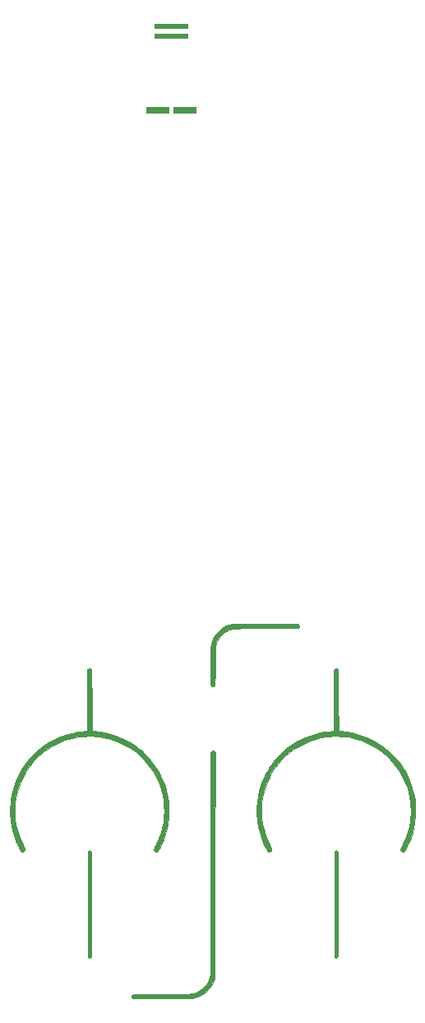
<source format=gts>
%TF.GenerationSoftware,KiCad,Pcbnew,(5.1.8-0-10_14)*%
%TF.CreationDate,2021-10-26T21:15:47+01:00*%
%TF.ProjectId,dual-digi-delay-frontpanel,6475616c-2d64-4696-9769-2d64656c6179,rev?*%
%TF.SameCoordinates,Original*%
%TF.FileFunction,Soldermask,Top*%
%TF.FilePolarity,Negative*%
%FSLAX46Y46*%
G04 Gerber Fmt 4.6, Leading zero omitted, Abs format (unit mm)*
G04 Created by KiCad (PCBNEW (5.1.8-0-10_14)) date 2021-10-26 21:15:47*
%MOMM*%
%LPD*%
G01*
G04 APERTURE LIST*
%ADD10C,0.010000*%
G04 APERTURE END LIST*
D10*
%TO.C,Ref\u002A\u002A*%
G36*
X98610208Y-71103999D02*
G01*
X100330000Y-71109416D01*
X100331533Y-71522166D01*
X96901000Y-71522166D01*
X96901000Y-71098582D01*
X98610208Y-71103999D01*
G37*
X98610208Y-71103999D02*
X100330000Y-71109416D01*
X100331533Y-71522166D01*
X96901000Y-71522166D01*
X96901000Y-71098582D01*
X98610208Y-71103999D01*
G36*
X98610208Y-72119999D02*
G01*
X100319417Y-72125416D01*
X100319417Y-72527583D01*
X98610208Y-72533000D01*
X96901000Y-72538417D01*
X96901000Y-72114582D01*
X98610208Y-72119999D01*
G37*
X98610208Y-72119999D02*
X100319417Y-72125416D01*
X100319417Y-72527583D01*
X98610208Y-72533000D01*
X96901000Y-72538417D01*
X96901000Y-72114582D01*
X98610208Y-72119999D01*
G36*
X101134333Y-80221666D02*
G01*
X98848333Y-80221666D01*
X98848333Y-79671333D01*
X101134333Y-79671333D01*
X101134333Y-80221666D01*
G37*
X101134333Y-80221666D02*
X98848333Y-80221666D01*
X98848333Y-79671333D01*
X101134333Y-79671333D01*
X101134333Y-80221666D01*
G36*
X98361500Y-80221666D02*
G01*
X96075500Y-80221666D01*
X96075500Y-79671333D01*
X98361500Y-79671333D01*
X98361500Y-80221666D01*
G37*
X98361500Y-80221666D02*
X96075500Y-80221666D01*
X96075500Y-79671333D01*
X98361500Y-79671333D01*
X98361500Y-80221666D01*
G36*
X109333286Y-132778778D02*
G01*
X109680805Y-132778871D01*
X109992141Y-132779054D01*
X110269345Y-132779352D01*
X110514468Y-132779793D01*
X110729558Y-132780405D01*
X110916667Y-132781213D01*
X111077844Y-132782245D01*
X111215141Y-132783528D01*
X111330607Y-132785089D01*
X111426293Y-132786954D01*
X111504249Y-132789150D01*
X111566524Y-132791705D01*
X111615170Y-132794645D01*
X111652237Y-132797997D01*
X111679775Y-132801789D01*
X111699834Y-132806046D01*
X111714464Y-132810796D01*
X111725717Y-132816066D01*
X111734069Y-132820922D01*
X111797718Y-132881110D01*
X111834518Y-132960400D01*
X111844436Y-133047830D01*
X111827437Y-133132442D01*
X111783489Y-133203275D01*
X111735347Y-133239483D01*
X111718714Y-133243105D01*
X111682349Y-133246443D01*
X111624703Y-133249514D01*
X111544225Y-133252332D01*
X111439367Y-133254913D01*
X111308577Y-133257270D01*
X111150306Y-133259421D01*
X110963005Y-133261378D01*
X110745123Y-133263158D01*
X110495111Y-133264776D01*
X110211418Y-133266247D01*
X109892495Y-133267585D01*
X109536792Y-133268805D01*
X109142759Y-133269924D01*
X108708847Y-133270955D01*
X108436833Y-133271523D01*
X108003236Y-133272394D01*
X107609882Y-133273219D01*
X107254681Y-133274028D01*
X106935543Y-133274852D01*
X106650377Y-133275723D01*
X106397094Y-133276670D01*
X106173602Y-133277725D01*
X105977814Y-133278919D01*
X105807637Y-133280282D01*
X105660981Y-133281845D01*
X105535758Y-133283640D01*
X105429876Y-133285697D01*
X105341245Y-133288046D01*
X105267775Y-133290719D01*
X105207376Y-133293747D01*
X105157959Y-133297160D01*
X105117431Y-133300989D01*
X105083704Y-133305265D01*
X105054688Y-133310019D01*
X105028291Y-133315282D01*
X105002425Y-133321085D01*
X104997250Y-133322285D01*
X104688369Y-133414319D01*
X104401562Y-133540746D01*
X104138939Y-133699709D01*
X103902613Y-133889352D01*
X103694696Y-134107819D01*
X103517299Y-134353255D01*
X103372534Y-134623804D01*
X103294766Y-134818437D01*
X103273439Y-134880173D01*
X103254619Y-134937748D01*
X103238146Y-134994106D01*
X103223866Y-135052190D01*
X103211621Y-135114942D01*
X103201254Y-135185305D01*
X103192610Y-135266221D01*
X103185531Y-135360635D01*
X103179860Y-135471489D01*
X103175442Y-135601725D01*
X103172119Y-135754286D01*
X103169735Y-135932116D01*
X103168133Y-136138157D01*
X103167157Y-136375353D01*
X103166650Y-136646645D01*
X103166455Y-136954977D01*
X103166418Y-137229842D01*
X103166433Y-137559121D01*
X103166400Y-137848700D01*
X103166150Y-138101216D01*
X103165518Y-138319303D01*
X103164336Y-138505595D01*
X103162436Y-138662727D01*
X103159653Y-138793333D01*
X103155819Y-138900049D01*
X103150767Y-138985509D01*
X103144330Y-139052348D01*
X103136340Y-139103200D01*
X103126632Y-139140699D01*
X103115037Y-139167482D01*
X103101389Y-139186181D01*
X103085521Y-139199432D01*
X103067266Y-139209870D01*
X103046456Y-139220129D01*
X103040026Y-139223391D01*
X102952353Y-139252490D01*
X102869744Y-139242246D01*
X102815396Y-139215590D01*
X102762688Y-139170304D01*
X102725350Y-139115777D01*
X102724599Y-139114010D01*
X102720018Y-139092998D01*
X102716055Y-139052233D01*
X102712692Y-138989663D01*
X102709909Y-138903237D01*
X102707689Y-138790901D01*
X102706011Y-138650603D01*
X102704858Y-138480292D01*
X102704211Y-138277915D01*
X102704052Y-138041419D01*
X102704361Y-137768754D01*
X102705120Y-137457865D01*
X102706309Y-137106701D01*
X102706312Y-137105965D01*
X102707559Y-136767757D01*
X102708706Y-136468966D01*
X102709916Y-136206678D01*
X102711351Y-135977976D01*
X102713172Y-135779947D01*
X102715544Y-135609673D01*
X102718626Y-135464242D01*
X102722583Y-135340736D01*
X102727575Y-135236241D01*
X102733766Y-135147843D01*
X102741317Y-135072625D01*
X102750390Y-135007672D01*
X102761149Y-134950070D01*
X102773754Y-134896902D01*
X102788369Y-134845255D01*
X102805155Y-134792212D01*
X102824274Y-134734859D01*
X102841030Y-134684902D01*
X102964928Y-134377493D01*
X103125638Y-134084126D01*
X103318710Y-133812019D01*
X103514880Y-133592842D01*
X103771125Y-133365775D01*
X104048588Y-133175250D01*
X104346511Y-133021625D01*
X104664135Y-132905261D01*
X105000699Y-132826517D01*
X105187750Y-132800020D01*
X105236624Y-132797013D01*
X105326525Y-132794203D01*
X105456144Y-132791600D01*
X105624174Y-132789212D01*
X105829309Y-132787047D01*
X106070242Y-132785113D01*
X106345664Y-132783419D01*
X106654270Y-132781974D01*
X106994751Y-132780785D01*
X107365802Y-132779860D01*
X107766114Y-132779209D01*
X108194381Y-132778840D01*
X108521500Y-132778752D01*
X108947535Y-132778748D01*
X109333286Y-132778778D01*
G37*
X109333286Y-132778778D02*
X109680805Y-132778871D01*
X109992141Y-132779054D01*
X110269345Y-132779352D01*
X110514468Y-132779793D01*
X110729558Y-132780405D01*
X110916667Y-132781213D01*
X111077844Y-132782245D01*
X111215141Y-132783528D01*
X111330607Y-132785089D01*
X111426293Y-132786954D01*
X111504249Y-132789150D01*
X111566524Y-132791705D01*
X111615170Y-132794645D01*
X111652237Y-132797997D01*
X111679775Y-132801789D01*
X111699834Y-132806046D01*
X111714464Y-132810796D01*
X111725717Y-132816066D01*
X111734069Y-132820922D01*
X111797718Y-132881110D01*
X111834518Y-132960400D01*
X111844436Y-133047830D01*
X111827437Y-133132442D01*
X111783489Y-133203275D01*
X111735347Y-133239483D01*
X111718714Y-133243105D01*
X111682349Y-133246443D01*
X111624703Y-133249514D01*
X111544225Y-133252332D01*
X111439367Y-133254913D01*
X111308577Y-133257270D01*
X111150306Y-133259421D01*
X110963005Y-133261378D01*
X110745123Y-133263158D01*
X110495111Y-133264776D01*
X110211418Y-133266247D01*
X109892495Y-133267585D01*
X109536792Y-133268805D01*
X109142759Y-133269924D01*
X108708847Y-133270955D01*
X108436833Y-133271523D01*
X108003236Y-133272394D01*
X107609882Y-133273219D01*
X107254681Y-133274028D01*
X106935543Y-133274852D01*
X106650377Y-133275723D01*
X106397094Y-133276670D01*
X106173602Y-133277725D01*
X105977814Y-133278919D01*
X105807637Y-133280282D01*
X105660981Y-133281845D01*
X105535758Y-133283640D01*
X105429876Y-133285697D01*
X105341245Y-133288046D01*
X105267775Y-133290719D01*
X105207376Y-133293747D01*
X105157959Y-133297160D01*
X105117431Y-133300989D01*
X105083704Y-133305265D01*
X105054688Y-133310019D01*
X105028291Y-133315282D01*
X105002425Y-133321085D01*
X104997250Y-133322285D01*
X104688369Y-133414319D01*
X104401562Y-133540746D01*
X104138939Y-133699709D01*
X103902613Y-133889352D01*
X103694696Y-134107819D01*
X103517299Y-134353255D01*
X103372534Y-134623804D01*
X103294766Y-134818437D01*
X103273439Y-134880173D01*
X103254619Y-134937748D01*
X103238146Y-134994106D01*
X103223866Y-135052190D01*
X103211621Y-135114942D01*
X103201254Y-135185305D01*
X103192610Y-135266221D01*
X103185531Y-135360635D01*
X103179860Y-135471489D01*
X103175442Y-135601725D01*
X103172119Y-135754286D01*
X103169735Y-135932116D01*
X103168133Y-136138157D01*
X103167157Y-136375353D01*
X103166650Y-136646645D01*
X103166455Y-136954977D01*
X103166418Y-137229842D01*
X103166433Y-137559121D01*
X103166400Y-137848700D01*
X103166150Y-138101216D01*
X103165518Y-138319303D01*
X103164336Y-138505595D01*
X103162436Y-138662727D01*
X103159653Y-138793333D01*
X103155819Y-138900049D01*
X103150767Y-138985509D01*
X103144330Y-139052348D01*
X103136340Y-139103200D01*
X103126632Y-139140699D01*
X103115037Y-139167482D01*
X103101389Y-139186181D01*
X103085521Y-139199432D01*
X103067266Y-139209870D01*
X103046456Y-139220129D01*
X103040026Y-139223391D01*
X102952353Y-139252490D01*
X102869744Y-139242246D01*
X102815396Y-139215590D01*
X102762688Y-139170304D01*
X102725350Y-139115777D01*
X102724599Y-139114010D01*
X102720018Y-139092998D01*
X102716055Y-139052233D01*
X102712692Y-138989663D01*
X102709909Y-138903237D01*
X102707689Y-138790901D01*
X102706011Y-138650603D01*
X102704858Y-138480292D01*
X102704211Y-138277915D01*
X102704052Y-138041419D01*
X102704361Y-137768754D01*
X102705120Y-137457865D01*
X102706309Y-137106701D01*
X102706312Y-137105965D01*
X102707559Y-136767757D01*
X102708706Y-136468966D01*
X102709916Y-136206678D01*
X102711351Y-135977976D01*
X102713172Y-135779947D01*
X102715544Y-135609673D01*
X102718626Y-135464242D01*
X102722583Y-135340736D01*
X102727575Y-135236241D01*
X102733766Y-135147843D01*
X102741317Y-135072625D01*
X102750390Y-135007672D01*
X102761149Y-134950070D01*
X102773754Y-134896902D01*
X102788369Y-134845255D01*
X102805155Y-134792212D01*
X102824274Y-134734859D01*
X102841030Y-134684902D01*
X102964928Y-134377493D01*
X103125638Y-134084126D01*
X103318710Y-133812019D01*
X103514880Y-133592842D01*
X103771125Y-133365775D01*
X104048588Y-133175250D01*
X104346511Y-133021625D01*
X104664135Y-132905261D01*
X105000699Y-132826517D01*
X105187750Y-132800020D01*
X105236624Y-132797013D01*
X105326525Y-132794203D01*
X105456144Y-132791600D01*
X105624174Y-132789212D01*
X105829309Y-132787047D01*
X106070242Y-132785113D01*
X106345664Y-132783419D01*
X106654270Y-132781974D01*
X106994751Y-132780785D01*
X107365802Y-132779860D01*
X107766114Y-132779209D01*
X108194381Y-132778840D01*
X108521500Y-132778752D01*
X108947535Y-132778748D01*
X109333286Y-132778778D01*
G36*
X115708311Y-137404107D02*
G01*
X115774126Y-137443819D01*
X115786624Y-137454595D01*
X115855750Y-137516357D01*
X115861246Y-140680551D01*
X115866742Y-143844746D01*
X116072913Y-143858812D01*
X116663556Y-143916652D01*
X117230992Y-144008521D01*
X117778505Y-144135425D01*
X118309376Y-144298371D01*
X118826888Y-144498366D01*
X119334322Y-144736417D01*
X119831694Y-145011583D01*
X120300323Y-145314640D01*
X120750794Y-145654112D01*
X121179934Y-146026821D01*
X121584567Y-146429589D01*
X121961520Y-146859238D01*
X122307618Y-147312590D01*
X122619686Y-147786467D01*
X122644787Y-147828000D01*
X122927505Y-148339189D01*
X123171149Y-148865671D01*
X123376010Y-149408281D01*
X123542376Y-149967853D01*
X123670536Y-150545223D01*
X123742026Y-150992416D01*
X123762520Y-151178682D01*
X123778957Y-151396009D01*
X123791050Y-151633290D01*
X123798512Y-151879422D01*
X123801057Y-152123299D01*
X123798399Y-152353817D01*
X123790252Y-152559870D01*
X123784580Y-152643416D01*
X123722527Y-153207892D01*
X123626701Y-153751441D01*
X123495451Y-154280017D01*
X123327124Y-154799578D01*
X123120070Y-155316077D01*
X122931723Y-155718431D01*
X122852058Y-155876810D01*
X122786670Y-156000774D01*
X122732281Y-156094432D01*
X122685611Y-156161890D01*
X122643380Y-156207256D01*
X122602308Y-156234636D01*
X122559117Y-156248136D01*
X122510525Y-156251866D01*
X122505751Y-156251862D01*
X122409542Y-156233153D01*
X122336488Y-156181147D01*
X122290644Y-156100328D01*
X122276018Y-155997838D01*
X122287446Y-155935741D01*
X122321414Y-155849227D01*
X122379567Y-155734247D01*
X122393631Y-155708585D01*
X122634782Y-155230181D01*
X122842310Y-154727561D01*
X123015456Y-154203194D01*
X123153464Y-153659545D01*
X123255577Y-153099082D01*
X123298862Y-152759833D01*
X123311182Y-152607053D01*
X123319451Y-152422445D01*
X123323747Y-152216313D01*
X123324147Y-151998962D01*
X123320728Y-151780695D01*
X123313568Y-151571817D01*
X123302742Y-151382631D01*
X123288329Y-151223442D01*
X123287304Y-151214666D01*
X123198171Y-150632661D01*
X123071200Y-150069475D01*
X122906489Y-149525313D01*
X122704133Y-149000377D01*
X122464229Y-148494872D01*
X122186873Y-148009001D01*
X121872162Y-147542970D01*
X121520191Y-147096982D01*
X121153560Y-146694266D01*
X120736481Y-146295455D01*
X120296102Y-145931631D01*
X119833548Y-145603438D01*
X119349943Y-145311520D01*
X118846411Y-145056524D01*
X118324077Y-144839092D01*
X117784064Y-144659871D01*
X117450414Y-144570550D01*
X117171874Y-144506959D01*
X116908420Y-144456853D01*
X116649717Y-144419076D01*
X116385428Y-144392471D01*
X116105219Y-144375882D01*
X115798752Y-144368153D01*
X115633500Y-144367250D01*
X115312522Y-144370925D01*
X115022839Y-144382732D01*
X114753989Y-144403841D01*
X114495509Y-144435424D01*
X114236938Y-144478651D01*
X113967814Y-144534694D01*
X113813167Y-144571002D01*
X113272285Y-144723875D01*
X112746446Y-144915477D01*
X112237563Y-145144295D01*
X111747550Y-145408812D01*
X111278320Y-145707512D01*
X110831785Y-146038880D01*
X110409860Y-146401401D01*
X110014457Y-146793559D01*
X109647490Y-147213838D01*
X109310872Y-147660724D01*
X109006516Y-148132699D01*
X108766255Y-148568833D01*
X108532327Y-149072231D01*
X108336754Y-149588730D01*
X108178797Y-150120836D01*
X108057720Y-150671054D01*
X107972785Y-151241888D01*
X107968675Y-151278166D01*
X107958346Y-151402136D01*
X107950592Y-151558954D01*
X107945416Y-151739215D01*
X107942823Y-151933511D01*
X107942815Y-152132436D01*
X107945396Y-152326585D01*
X107950570Y-152506549D01*
X107958340Y-152662924D01*
X107968122Y-152781000D01*
X108051716Y-153361529D01*
X108174369Y-153926063D01*
X108336418Y-154475717D01*
X108538200Y-155011607D01*
X108780052Y-155534850D01*
X108830009Y-155631874D01*
X108898491Y-155766538D01*
X108946360Y-155871731D01*
X108975240Y-155954002D01*
X108986758Y-156019901D01*
X108982541Y-156075978D01*
X108964213Y-156128782D01*
X108957004Y-156143430D01*
X108902188Y-156207650D01*
X108825775Y-156244244D01*
X108739654Y-156251488D01*
X108655710Y-156227660D01*
X108607328Y-156194125D01*
X108576060Y-156155462D01*
X108530976Y-156086839D01*
X108476949Y-155996280D01*
X108418847Y-155891809D01*
X108385652Y-155828877D01*
X108140704Y-155314410D01*
X107934037Y-154791847D01*
X107764241Y-154256627D01*
X107629906Y-153704191D01*
X107529624Y-153129978D01*
X107512377Y-153003250D01*
X107499869Y-152878723D01*
X107489627Y-152720797D01*
X107481701Y-152537419D01*
X107476138Y-152336537D01*
X107472986Y-152126098D01*
X107472294Y-151914050D01*
X107474109Y-151708339D01*
X107478481Y-151516913D01*
X107485457Y-151347720D01*
X107495086Y-151208707D01*
X107501135Y-151151166D01*
X107589599Y-150573607D01*
X107710226Y-150019587D01*
X107864389Y-149483591D01*
X108036589Y-149002750D01*
X108101960Y-148846734D01*
X108184859Y-148665049D01*
X108280144Y-148467778D01*
X108382669Y-148265002D01*
X108487291Y-148066801D01*
X108588865Y-147883259D01*
X108682248Y-147724456D01*
X108718133Y-147667023D01*
X109056656Y-147175539D01*
X109424707Y-146713296D01*
X109821097Y-146281378D01*
X110244637Y-145880864D01*
X110694136Y-145512837D01*
X111168404Y-145178379D01*
X111666252Y-144878571D01*
X111949905Y-144728730D01*
X112438953Y-144500657D01*
X112929210Y-144308775D01*
X113426430Y-144151543D01*
X113936364Y-144027417D01*
X114464763Y-143934855D01*
X115017380Y-143872315D01*
X115194087Y-143858812D01*
X115400258Y-143844746D01*
X115405754Y-140680551D01*
X115411250Y-137516357D01*
X115480375Y-137454595D01*
X115546890Y-137408866D01*
X115618485Y-137393155D01*
X115633500Y-137392833D01*
X115708311Y-137404107D01*
G37*
X115708311Y-137404107D02*
X115774126Y-137443819D01*
X115786624Y-137454595D01*
X115855750Y-137516357D01*
X115861246Y-140680551D01*
X115866742Y-143844746D01*
X116072913Y-143858812D01*
X116663556Y-143916652D01*
X117230992Y-144008521D01*
X117778505Y-144135425D01*
X118309376Y-144298371D01*
X118826888Y-144498366D01*
X119334322Y-144736417D01*
X119831694Y-145011583D01*
X120300323Y-145314640D01*
X120750794Y-145654112D01*
X121179934Y-146026821D01*
X121584567Y-146429589D01*
X121961520Y-146859238D01*
X122307618Y-147312590D01*
X122619686Y-147786467D01*
X122644787Y-147828000D01*
X122927505Y-148339189D01*
X123171149Y-148865671D01*
X123376010Y-149408281D01*
X123542376Y-149967853D01*
X123670536Y-150545223D01*
X123742026Y-150992416D01*
X123762520Y-151178682D01*
X123778957Y-151396009D01*
X123791050Y-151633290D01*
X123798512Y-151879422D01*
X123801057Y-152123299D01*
X123798399Y-152353817D01*
X123790252Y-152559870D01*
X123784580Y-152643416D01*
X123722527Y-153207892D01*
X123626701Y-153751441D01*
X123495451Y-154280017D01*
X123327124Y-154799578D01*
X123120070Y-155316077D01*
X122931723Y-155718431D01*
X122852058Y-155876810D01*
X122786670Y-156000774D01*
X122732281Y-156094432D01*
X122685611Y-156161890D01*
X122643380Y-156207256D01*
X122602308Y-156234636D01*
X122559117Y-156248136D01*
X122510525Y-156251866D01*
X122505751Y-156251862D01*
X122409542Y-156233153D01*
X122336488Y-156181147D01*
X122290644Y-156100328D01*
X122276018Y-155997838D01*
X122287446Y-155935741D01*
X122321414Y-155849227D01*
X122379567Y-155734247D01*
X122393631Y-155708585D01*
X122634782Y-155230181D01*
X122842310Y-154727561D01*
X123015456Y-154203194D01*
X123153464Y-153659545D01*
X123255577Y-153099082D01*
X123298862Y-152759833D01*
X123311182Y-152607053D01*
X123319451Y-152422445D01*
X123323747Y-152216313D01*
X123324147Y-151998962D01*
X123320728Y-151780695D01*
X123313568Y-151571817D01*
X123302742Y-151382631D01*
X123288329Y-151223442D01*
X123287304Y-151214666D01*
X123198171Y-150632661D01*
X123071200Y-150069475D01*
X122906489Y-149525313D01*
X122704133Y-149000377D01*
X122464229Y-148494872D01*
X122186873Y-148009001D01*
X121872162Y-147542970D01*
X121520191Y-147096982D01*
X121153560Y-146694266D01*
X120736481Y-146295455D01*
X120296102Y-145931631D01*
X119833548Y-145603438D01*
X119349943Y-145311520D01*
X118846411Y-145056524D01*
X118324077Y-144839092D01*
X117784064Y-144659871D01*
X117450414Y-144570550D01*
X117171874Y-144506959D01*
X116908420Y-144456853D01*
X116649717Y-144419076D01*
X116385428Y-144392471D01*
X116105219Y-144375882D01*
X115798752Y-144368153D01*
X115633500Y-144367250D01*
X115312522Y-144370925D01*
X115022839Y-144382732D01*
X114753989Y-144403841D01*
X114495509Y-144435424D01*
X114236938Y-144478651D01*
X113967814Y-144534694D01*
X113813167Y-144571002D01*
X113272285Y-144723875D01*
X112746446Y-144915477D01*
X112237563Y-145144295D01*
X111747550Y-145408812D01*
X111278320Y-145707512D01*
X110831785Y-146038880D01*
X110409860Y-146401401D01*
X110014457Y-146793559D01*
X109647490Y-147213838D01*
X109310872Y-147660724D01*
X109006516Y-148132699D01*
X108766255Y-148568833D01*
X108532327Y-149072231D01*
X108336754Y-149588730D01*
X108178797Y-150120836D01*
X108057720Y-150671054D01*
X107972785Y-151241888D01*
X107968675Y-151278166D01*
X107958346Y-151402136D01*
X107950592Y-151558954D01*
X107945416Y-151739215D01*
X107942823Y-151933511D01*
X107942815Y-152132436D01*
X107945396Y-152326585D01*
X107950570Y-152506549D01*
X107958340Y-152662924D01*
X107968122Y-152781000D01*
X108051716Y-153361529D01*
X108174369Y-153926063D01*
X108336418Y-154475717D01*
X108538200Y-155011607D01*
X108780052Y-155534850D01*
X108830009Y-155631874D01*
X108898491Y-155766538D01*
X108946360Y-155871731D01*
X108975240Y-155954002D01*
X108986758Y-156019901D01*
X108982541Y-156075978D01*
X108964213Y-156128782D01*
X108957004Y-156143430D01*
X108902188Y-156207650D01*
X108825775Y-156244244D01*
X108739654Y-156251488D01*
X108655710Y-156227660D01*
X108607328Y-156194125D01*
X108576060Y-156155462D01*
X108530976Y-156086839D01*
X108476949Y-155996280D01*
X108418847Y-155891809D01*
X108385652Y-155828877D01*
X108140704Y-155314410D01*
X107934037Y-154791847D01*
X107764241Y-154256627D01*
X107629906Y-153704191D01*
X107529624Y-153129978D01*
X107512377Y-153003250D01*
X107499869Y-152878723D01*
X107489627Y-152720797D01*
X107481701Y-152537419D01*
X107476138Y-152336537D01*
X107472986Y-152126098D01*
X107472294Y-151914050D01*
X107474109Y-151708339D01*
X107478481Y-151516913D01*
X107485457Y-151347720D01*
X107495086Y-151208707D01*
X107501135Y-151151166D01*
X107589599Y-150573607D01*
X107710226Y-150019587D01*
X107864389Y-149483591D01*
X108036589Y-149002750D01*
X108101960Y-148846734D01*
X108184859Y-148665049D01*
X108280144Y-148467778D01*
X108382669Y-148265002D01*
X108487291Y-148066801D01*
X108588865Y-147883259D01*
X108682248Y-147724456D01*
X108718133Y-147667023D01*
X109056656Y-147175539D01*
X109424707Y-146713296D01*
X109821097Y-146281378D01*
X110244637Y-145880864D01*
X110694136Y-145512837D01*
X111168404Y-145178379D01*
X111666252Y-144878571D01*
X111949905Y-144728730D01*
X112438953Y-144500657D01*
X112929210Y-144308775D01*
X113426430Y-144151543D01*
X113936364Y-144027417D01*
X114464763Y-143934855D01*
X115017380Y-143872315D01*
X115194087Y-143858812D01*
X115400258Y-143844746D01*
X115405754Y-140680551D01*
X115411250Y-137516357D01*
X115480375Y-137454595D01*
X115546890Y-137408866D01*
X115618485Y-137393155D01*
X115633500Y-137392833D01*
X115708311Y-137404107D01*
G36*
X90281537Y-137405681D02*
G01*
X90331807Y-137427144D01*
X90389937Y-137464917D01*
X90432973Y-137509139D01*
X90439396Y-137519833D01*
X90443129Y-137535761D01*
X90446521Y-137568952D01*
X90449585Y-137621097D01*
X90452336Y-137693887D01*
X90454787Y-137789015D01*
X90456952Y-137908173D01*
X90458847Y-138053052D01*
X90460485Y-138225344D01*
X90461879Y-138426742D01*
X90463045Y-138658936D01*
X90463997Y-138923619D01*
X90464747Y-139222483D01*
X90465312Y-139557219D01*
X90465704Y-139929520D01*
X90465937Y-140341077D01*
X90466021Y-140708425D01*
X90466333Y-143844100D01*
X90683292Y-143858110D01*
X91285581Y-143917168D01*
X91872160Y-144015528D01*
X92442979Y-144153171D01*
X92997983Y-144330076D01*
X93537122Y-144546223D01*
X94060343Y-144801593D01*
X94567595Y-145096164D01*
X95058824Y-145429918D01*
X95355833Y-145656926D01*
X95483202Y-145763562D01*
X95630052Y-145894798D01*
X95789215Y-146043547D01*
X95953525Y-146202716D01*
X96115815Y-146365216D01*
X96268920Y-146523957D01*
X96405672Y-146671850D01*
X96518906Y-146801802D01*
X96544737Y-146833166D01*
X96810463Y-147175898D01*
X97047129Y-147514845D01*
X97263331Y-147863404D01*
X97467665Y-148234972D01*
X97556462Y-148410083D01*
X97799626Y-148946397D01*
X98001324Y-149490510D01*
X98161736Y-150043246D01*
X98281043Y-150605429D01*
X98359425Y-151177883D01*
X98397064Y-151761434D01*
X98397586Y-152251209D01*
X98364681Y-152820565D01*
X98296237Y-153371608D01*
X98191113Y-153908879D01*
X98048166Y-154436920D01*
X97866255Y-154960273D01*
X97644239Y-155483478D01*
X97519754Y-155742596D01*
X97439617Y-155900158D01*
X97372988Y-156022788D01*
X97316763Y-156114491D01*
X97267841Y-156179273D01*
X97223120Y-156221141D01*
X97179496Y-156244100D01*
X97133867Y-156252156D01*
X97124991Y-156252333D01*
X97020771Y-156234917D01*
X96940649Y-156185637D01*
X96889293Y-156108947D01*
X96871366Y-156010297D01*
X96882316Y-155959862D01*
X96915212Y-155873938D01*
X96970129Y-155752355D01*
X97047141Y-155594942D01*
X97074636Y-155540565D01*
X97146044Y-155396686D01*
X97219813Y-155241873D01*
X97290257Y-155088487D01*
X97351688Y-154948891D01*
X97394898Y-154844428D01*
X97581638Y-154313851D01*
X97728405Y-153772044D01*
X97835024Y-153221744D01*
X97901325Y-152665690D01*
X97927134Y-152106621D01*
X97912278Y-151547274D01*
X97856585Y-150990389D01*
X97759883Y-150438704D01*
X97691021Y-150145750D01*
X97530623Y-149603638D01*
X97333008Y-149079830D01*
X97099779Y-148575752D01*
X96832545Y-148092831D01*
X96532909Y-147632494D01*
X96202479Y-147196169D01*
X95842860Y-146785282D01*
X95455657Y-146401259D01*
X95042477Y-146045529D01*
X94604925Y-145719518D01*
X94144608Y-145424652D01*
X93663131Y-145162360D01*
X93162099Y-144934067D01*
X92643119Y-144741202D01*
X92107797Y-144585190D01*
X91557738Y-144467460D01*
X91246692Y-144419163D01*
X90890231Y-144382223D01*
X90508148Y-144362603D01*
X90113385Y-144360170D01*
X89718887Y-144374788D01*
X89337598Y-144406323D01*
X89062041Y-144441913D01*
X88515614Y-144546377D01*
X87976268Y-144691573D01*
X87447255Y-144876070D01*
X86931828Y-145098441D01*
X86433239Y-145357256D01*
X85954741Y-145651086D01*
X85499588Y-145978502D01*
X85418083Y-146042738D01*
X85272719Y-146164611D01*
X85109258Y-146311268D01*
X84936091Y-146474470D01*
X84761608Y-146645978D01*
X84594198Y-146817552D01*
X84442252Y-146980953D01*
X84319330Y-147121751D01*
X83970059Y-147571513D01*
X83657064Y-148042740D01*
X83380848Y-148534260D01*
X83141917Y-149044899D01*
X82940773Y-149573485D01*
X82777921Y-150118845D01*
X82653864Y-150679806D01*
X82578769Y-151172333D01*
X82561740Y-151351683D01*
X82549610Y-151562506D01*
X82542380Y-151794225D01*
X82540051Y-152036265D01*
X82542623Y-152278048D01*
X82550098Y-152509000D01*
X82562477Y-152718542D01*
X82578621Y-152886833D01*
X82664358Y-153444064D01*
X82784605Y-153979975D01*
X82941036Y-154499961D01*
X83135326Y-155009422D01*
X83369147Y-155513753D01*
X83429888Y-155631874D01*
X83500781Y-155771116D01*
X83550389Y-155880288D01*
X83579639Y-155965355D01*
X83589459Y-156032285D01*
X83580778Y-156087045D01*
X83554524Y-156135599D01*
X83515200Y-156180366D01*
X83432967Y-156237886D01*
X83345276Y-156255069D01*
X83257924Y-156231561D01*
X83209572Y-156199033D01*
X83177214Y-156160031D01*
X83131017Y-156088084D01*
X83073976Y-155989087D01*
X83009089Y-155868935D01*
X82939351Y-155733526D01*
X82867760Y-155588754D01*
X82797311Y-155440515D01*
X82731003Y-155294704D01*
X82671830Y-155157219D01*
X82639584Y-155077583D01*
X82461508Y-154581398D01*
X82316032Y-154080122D01*
X82200884Y-153564687D01*
X82113792Y-153026024D01*
X82101325Y-152929166D01*
X82092051Y-152827010D01*
X82084551Y-152686166D01*
X82078934Y-152510247D01*
X82075312Y-152302865D01*
X82073792Y-152067632D01*
X82073750Y-152019000D01*
X82074590Y-151782061D01*
X82077612Y-151578921D01*
X82083568Y-151401070D01*
X82093208Y-151239999D01*
X82107284Y-151087198D01*
X82126548Y-150934155D01*
X82151752Y-150772363D01*
X82183646Y-150593310D01*
X82213426Y-150437350D01*
X82343982Y-149875983D01*
X82513521Y-149328833D01*
X82720587Y-148797592D01*
X82963725Y-148283953D01*
X83241479Y-147789610D01*
X83552394Y-147316255D01*
X83895013Y-146865582D01*
X84267882Y-146439283D01*
X84669544Y-146039050D01*
X85098545Y-145666578D01*
X85553428Y-145323559D01*
X86032738Y-145011686D01*
X86535020Y-144732651D01*
X87058818Y-144488148D01*
X87466358Y-144327926D01*
X87955080Y-144170270D01*
X88469437Y-144041669D01*
X89003118Y-143943403D01*
X89549813Y-143876749D01*
X89783708Y-143858362D01*
X90000667Y-143844100D01*
X90000667Y-140695404D01*
X90000672Y-140269076D01*
X90000705Y-139883041D01*
X90000795Y-139535262D01*
X90000969Y-139223699D01*
X90001254Y-138946312D01*
X90001678Y-138701063D01*
X90002269Y-138485912D01*
X90003055Y-138298820D01*
X90004063Y-138137748D01*
X90005321Y-138000656D01*
X90006856Y-137885507D01*
X90008696Y-137790260D01*
X90010870Y-137712876D01*
X90013404Y-137651316D01*
X90016326Y-137603541D01*
X90019664Y-137567511D01*
X90023445Y-137541189D01*
X90027698Y-137522533D01*
X90032449Y-137509506D01*
X90037727Y-137500068D01*
X90043559Y-137492180D01*
X90044135Y-137491447D01*
X90093919Y-137448398D01*
X90159233Y-137415014D01*
X90169068Y-137411778D01*
X90230282Y-137398706D01*
X90281537Y-137405681D01*
G37*
X90281537Y-137405681D02*
X90331807Y-137427144D01*
X90389937Y-137464917D01*
X90432973Y-137509139D01*
X90439396Y-137519833D01*
X90443129Y-137535761D01*
X90446521Y-137568952D01*
X90449585Y-137621097D01*
X90452336Y-137693887D01*
X90454787Y-137789015D01*
X90456952Y-137908173D01*
X90458847Y-138053052D01*
X90460485Y-138225344D01*
X90461879Y-138426742D01*
X90463045Y-138658936D01*
X90463997Y-138923619D01*
X90464747Y-139222483D01*
X90465312Y-139557219D01*
X90465704Y-139929520D01*
X90465937Y-140341077D01*
X90466021Y-140708425D01*
X90466333Y-143844100D01*
X90683292Y-143858110D01*
X91285581Y-143917168D01*
X91872160Y-144015528D01*
X92442979Y-144153171D01*
X92997983Y-144330076D01*
X93537122Y-144546223D01*
X94060343Y-144801593D01*
X94567595Y-145096164D01*
X95058824Y-145429918D01*
X95355833Y-145656926D01*
X95483202Y-145763562D01*
X95630052Y-145894798D01*
X95789215Y-146043547D01*
X95953525Y-146202716D01*
X96115815Y-146365216D01*
X96268920Y-146523957D01*
X96405672Y-146671850D01*
X96518906Y-146801802D01*
X96544737Y-146833166D01*
X96810463Y-147175898D01*
X97047129Y-147514845D01*
X97263331Y-147863404D01*
X97467665Y-148234972D01*
X97556462Y-148410083D01*
X97799626Y-148946397D01*
X98001324Y-149490510D01*
X98161736Y-150043246D01*
X98281043Y-150605429D01*
X98359425Y-151177883D01*
X98397064Y-151761434D01*
X98397586Y-152251209D01*
X98364681Y-152820565D01*
X98296237Y-153371608D01*
X98191113Y-153908879D01*
X98048166Y-154436920D01*
X97866255Y-154960273D01*
X97644239Y-155483478D01*
X97519754Y-155742596D01*
X97439617Y-155900158D01*
X97372988Y-156022788D01*
X97316763Y-156114491D01*
X97267841Y-156179273D01*
X97223120Y-156221141D01*
X97179496Y-156244100D01*
X97133867Y-156252156D01*
X97124991Y-156252333D01*
X97020771Y-156234917D01*
X96940649Y-156185637D01*
X96889293Y-156108947D01*
X96871366Y-156010297D01*
X96882316Y-155959862D01*
X96915212Y-155873938D01*
X96970129Y-155752355D01*
X97047141Y-155594942D01*
X97074636Y-155540565D01*
X97146044Y-155396686D01*
X97219813Y-155241873D01*
X97290257Y-155088487D01*
X97351688Y-154948891D01*
X97394898Y-154844428D01*
X97581638Y-154313851D01*
X97728405Y-153772044D01*
X97835024Y-153221744D01*
X97901325Y-152665690D01*
X97927134Y-152106621D01*
X97912278Y-151547274D01*
X97856585Y-150990389D01*
X97759883Y-150438704D01*
X97691021Y-150145750D01*
X97530623Y-149603638D01*
X97333008Y-149079830D01*
X97099779Y-148575752D01*
X96832545Y-148092831D01*
X96532909Y-147632494D01*
X96202479Y-147196169D01*
X95842860Y-146785282D01*
X95455657Y-146401259D01*
X95042477Y-146045529D01*
X94604925Y-145719518D01*
X94144608Y-145424652D01*
X93663131Y-145162360D01*
X93162099Y-144934067D01*
X92643119Y-144741202D01*
X92107797Y-144585190D01*
X91557738Y-144467460D01*
X91246692Y-144419163D01*
X90890231Y-144382223D01*
X90508148Y-144362603D01*
X90113385Y-144360170D01*
X89718887Y-144374788D01*
X89337598Y-144406323D01*
X89062041Y-144441913D01*
X88515614Y-144546377D01*
X87976268Y-144691573D01*
X87447255Y-144876070D01*
X86931828Y-145098441D01*
X86433239Y-145357256D01*
X85954741Y-145651086D01*
X85499588Y-145978502D01*
X85418083Y-146042738D01*
X85272719Y-146164611D01*
X85109258Y-146311268D01*
X84936091Y-146474470D01*
X84761608Y-146645978D01*
X84594198Y-146817552D01*
X84442252Y-146980953D01*
X84319330Y-147121751D01*
X83970059Y-147571513D01*
X83657064Y-148042740D01*
X83380848Y-148534260D01*
X83141917Y-149044899D01*
X82940773Y-149573485D01*
X82777921Y-150118845D01*
X82653864Y-150679806D01*
X82578769Y-151172333D01*
X82561740Y-151351683D01*
X82549610Y-151562506D01*
X82542380Y-151794225D01*
X82540051Y-152036265D01*
X82542623Y-152278048D01*
X82550098Y-152509000D01*
X82562477Y-152718542D01*
X82578621Y-152886833D01*
X82664358Y-153444064D01*
X82784605Y-153979975D01*
X82941036Y-154499961D01*
X83135326Y-155009422D01*
X83369147Y-155513753D01*
X83429888Y-155631874D01*
X83500781Y-155771116D01*
X83550389Y-155880288D01*
X83579639Y-155965355D01*
X83589459Y-156032285D01*
X83580778Y-156087045D01*
X83554524Y-156135599D01*
X83515200Y-156180366D01*
X83432967Y-156237886D01*
X83345276Y-156255069D01*
X83257924Y-156231561D01*
X83209572Y-156199033D01*
X83177214Y-156160031D01*
X83131017Y-156088084D01*
X83073976Y-155989087D01*
X83009089Y-155868935D01*
X82939351Y-155733526D01*
X82867760Y-155588754D01*
X82797311Y-155440515D01*
X82731003Y-155294704D01*
X82671830Y-155157219D01*
X82639584Y-155077583D01*
X82461508Y-154581398D01*
X82316032Y-154080122D01*
X82200884Y-153564687D01*
X82113792Y-153026024D01*
X82101325Y-152929166D01*
X82092051Y-152827010D01*
X82084551Y-152686166D01*
X82078934Y-152510247D01*
X82075312Y-152302865D01*
X82073792Y-152067632D01*
X82073750Y-152019000D01*
X82074590Y-151782061D01*
X82077612Y-151578921D01*
X82083568Y-151401070D01*
X82093208Y-151239999D01*
X82107284Y-151087198D01*
X82126548Y-150934155D01*
X82151752Y-150772363D01*
X82183646Y-150593310D01*
X82213426Y-150437350D01*
X82343982Y-149875983D01*
X82513521Y-149328833D01*
X82720587Y-148797592D01*
X82963725Y-148283953D01*
X83241479Y-147789610D01*
X83552394Y-147316255D01*
X83895013Y-146865582D01*
X84267882Y-146439283D01*
X84669544Y-146039050D01*
X85098545Y-145666578D01*
X85553428Y-145323559D01*
X86032738Y-145011686D01*
X86535020Y-144732651D01*
X87058818Y-144488148D01*
X87466358Y-144327926D01*
X87955080Y-144170270D01*
X88469437Y-144041669D01*
X89003118Y-143943403D01*
X89549813Y-143876749D01*
X89783708Y-143858362D01*
X90000667Y-143844100D01*
X90000667Y-140695404D01*
X90000672Y-140269076D01*
X90000705Y-139883041D01*
X90000795Y-139535262D01*
X90000969Y-139223699D01*
X90001254Y-138946312D01*
X90001678Y-138701063D01*
X90002269Y-138485912D01*
X90003055Y-138298820D01*
X90004063Y-138137748D01*
X90005321Y-138000656D01*
X90006856Y-137885507D01*
X90008696Y-137790260D01*
X90010870Y-137712876D01*
X90013404Y-137651316D01*
X90016326Y-137603541D01*
X90019664Y-137567511D01*
X90023445Y-137541189D01*
X90027698Y-137522533D01*
X90032449Y-137509506D01*
X90037727Y-137500068D01*
X90043559Y-137492180D01*
X90044135Y-137491447D01*
X90093919Y-137448398D01*
X90159233Y-137415014D01*
X90169068Y-137411778D01*
X90230282Y-137398706D01*
X90281537Y-137405681D01*
G36*
X115680101Y-156119478D02*
G01*
X115742532Y-156166445D01*
X115775357Y-156214373D01*
X115779407Y-156223130D01*
X115783165Y-156235059D01*
X115786643Y-156251732D01*
X115789855Y-156274721D01*
X115792815Y-156305596D01*
X115795534Y-156345930D01*
X115798027Y-156397294D01*
X115800307Y-156461260D01*
X115802386Y-156539398D01*
X115804279Y-156633281D01*
X115805998Y-156744480D01*
X115807556Y-156874567D01*
X115808967Y-157025113D01*
X115810244Y-157197690D01*
X115811399Y-157393868D01*
X115812447Y-157615221D01*
X115813401Y-157863318D01*
X115814273Y-158139733D01*
X115815076Y-158446035D01*
X115815825Y-158783797D01*
X115816532Y-159154590D01*
X115817211Y-159559987D01*
X115817874Y-160001557D01*
X115818535Y-160480873D01*
X115819207Y-160999507D01*
X115819845Y-161512250D01*
X115820368Y-161981777D01*
X115820771Y-162441209D01*
X115821058Y-162888669D01*
X115821231Y-163322285D01*
X115821292Y-163740182D01*
X115821244Y-164140485D01*
X115821089Y-164521322D01*
X115820830Y-164880818D01*
X115820469Y-165217098D01*
X115820008Y-165528289D01*
X115819451Y-165812517D01*
X115818799Y-166067907D01*
X115818055Y-166292585D01*
X115817221Y-166484677D01*
X115816301Y-166642310D01*
X115815296Y-166763609D01*
X115814208Y-166846700D01*
X115813041Y-166889708D01*
X115812797Y-166893351D01*
X115790858Y-167024708D01*
X115751687Y-167118652D01*
X115695627Y-167174577D01*
X115642741Y-167191204D01*
X115576008Y-167181188D01*
X115533094Y-167148360D01*
X115501092Y-167098077D01*
X115473322Y-167027492D01*
X115464560Y-166993906D01*
X115461911Y-166963931D01*
X115459479Y-166899637D01*
X115457263Y-166800517D01*
X115455261Y-166666064D01*
X115453471Y-166495774D01*
X115451892Y-166289138D01*
X115450523Y-166045652D01*
X115449362Y-165764808D01*
X115448407Y-165446100D01*
X115447657Y-165089023D01*
X115447110Y-164693069D01*
X115446764Y-164257732D01*
X115446619Y-163782507D01*
X115446673Y-163266886D01*
X115446923Y-162710364D01*
X115447368Y-162112433D01*
X115447884Y-161586333D01*
X115448495Y-161026114D01*
X115449090Y-160506668D01*
X115449679Y-160026435D01*
X115450277Y-159583855D01*
X115450896Y-159177366D01*
X115451548Y-158805410D01*
X115452246Y-158466426D01*
X115453003Y-158158853D01*
X115453831Y-157881132D01*
X115454744Y-157631701D01*
X115455754Y-157409001D01*
X115456873Y-157211472D01*
X115458116Y-157037553D01*
X115459493Y-156885684D01*
X115461018Y-156754305D01*
X115462703Y-156641856D01*
X115464562Y-156546775D01*
X115466607Y-156467504D01*
X115468850Y-156402481D01*
X115471305Y-156350147D01*
X115473984Y-156308941D01*
X115476900Y-156277303D01*
X115480065Y-156253673D01*
X115483493Y-156236490D01*
X115487195Y-156224194D01*
X115491185Y-156215225D01*
X115491643Y-156214373D01*
X115547829Y-156143442D01*
X115612924Y-156111810D01*
X115680101Y-156119478D01*
G37*
X115680101Y-156119478D02*
X115742532Y-156166445D01*
X115775357Y-156214373D01*
X115779407Y-156223130D01*
X115783165Y-156235059D01*
X115786643Y-156251732D01*
X115789855Y-156274721D01*
X115792815Y-156305596D01*
X115795534Y-156345930D01*
X115798027Y-156397294D01*
X115800307Y-156461260D01*
X115802386Y-156539398D01*
X115804279Y-156633281D01*
X115805998Y-156744480D01*
X115807556Y-156874567D01*
X115808967Y-157025113D01*
X115810244Y-157197690D01*
X115811399Y-157393868D01*
X115812447Y-157615221D01*
X115813401Y-157863318D01*
X115814273Y-158139733D01*
X115815076Y-158446035D01*
X115815825Y-158783797D01*
X115816532Y-159154590D01*
X115817211Y-159559987D01*
X115817874Y-160001557D01*
X115818535Y-160480873D01*
X115819207Y-160999507D01*
X115819845Y-161512250D01*
X115820368Y-161981777D01*
X115820771Y-162441209D01*
X115821058Y-162888669D01*
X115821231Y-163322285D01*
X115821292Y-163740182D01*
X115821244Y-164140485D01*
X115821089Y-164521322D01*
X115820830Y-164880818D01*
X115820469Y-165217098D01*
X115820008Y-165528289D01*
X115819451Y-165812517D01*
X115818799Y-166067907D01*
X115818055Y-166292585D01*
X115817221Y-166484677D01*
X115816301Y-166642310D01*
X115815296Y-166763609D01*
X115814208Y-166846700D01*
X115813041Y-166889708D01*
X115812797Y-166893351D01*
X115790858Y-167024708D01*
X115751687Y-167118652D01*
X115695627Y-167174577D01*
X115642741Y-167191204D01*
X115576008Y-167181188D01*
X115533094Y-167148360D01*
X115501092Y-167098077D01*
X115473322Y-167027492D01*
X115464560Y-166993906D01*
X115461911Y-166963931D01*
X115459479Y-166899637D01*
X115457263Y-166800517D01*
X115455261Y-166666064D01*
X115453471Y-166495774D01*
X115451892Y-166289138D01*
X115450523Y-166045652D01*
X115449362Y-165764808D01*
X115448407Y-165446100D01*
X115447657Y-165089023D01*
X115447110Y-164693069D01*
X115446764Y-164257732D01*
X115446619Y-163782507D01*
X115446673Y-163266886D01*
X115446923Y-162710364D01*
X115447368Y-162112433D01*
X115447884Y-161586333D01*
X115448495Y-161026114D01*
X115449090Y-160506668D01*
X115449679Y-160026435D01*
X115450277Y-159583855D01*
X115450896Y-159177366D01*
X115451548Y-158805410D01*
X115452246Y-158466426D01*
X115453003Y-158158853D01*
X115453831Y-157881132D01*
X115454744Y-157631701D01*
X115455754Y-157409001D01*
X115456873Y-157211472D01*
X115458116Y-157037553D01*
X115459493Y-156885684D01*
X115461018Y-156754305D01*
X115462703Y-156641856D01*
X115464562Y-156546775D01*
X115466607Y-156467504D01*
X115468850Y-156402481D01*
X115471305Y-156350147D01*
X115473984Y-156308941D01*
X115476900Y-156277303D01*
X115480065Y-156253673D01*
X115483493Y-156236490D01*
X115487195Y-156224194D01*
X115491185Y-156215225D01*
X115491643Y-156214373D01*
X115547829Y-156143442D01*
X115612924Y-156111810D01*
X115680101Y-156119478D01*
G36*
X90288851Y-156139754D02*
G01*
X90340935Y-156179955D01*
X90392250Y-156234577D01*
X90392250Y-167086256D01*
X90342808Y-167138884D01*
X90279756Y-167190057D01*
X90218105Y-167203289D01*
X90175610Y-167193433D01*
X90135098Y-167163998D01*
X90096058Y-167114177D01*
X90091733Y-167106633D01*
X90087712Y-167097963D01*
X90083979Y-167086189D01*
X90080522Y-167069757D01*
X90077328Y-167047110D01*
X90074386Y-167016692D01*
X90071681Y-166976947D01*
X90069202Y-166926318D01*
X90066935Y-166863249D01*
X90064870Y-166786184D01*
X90062992Y-166693567D01*
X90061290Y-166583842D01*
X90059750Y-166455453D01*
X90058361Y-166306842D01*
X90057109Y-166136455D01*
X90055982Y-165942735D01*
X90054968Y-165724126D01*
X90054054Y-165479071D01*
X90053227Y-165206014D01*
X90052475Y-164903400D01*
X90051786Y-164569672D01*
X90051146Y-164203273D01*
X90050543Y-163802649D01*
X90049965Y-163366241D01*
X90049398Y-162892495D01*
X90048832Y-162379854D01*
X90048252Y-161826762D01*
X90048127Y-161705621D01*
X90047553Y-161075411D01*
X90047166Y-160486973D01*
X90046967Y-159939747D01*
X90046957Y-159433173D01*
X90047139Y-158966689D01*
X90047515Y-158539737D01*
X90048086Y-158151754D01*
X90048854Y-157802181D01*
X90049820Y-157490457D01*
X90050987Y-157216021D01*
X90052356Y-156978314D01*
X90053929Y-156776774D01*
X90055708Y-156610842D01*
X90057695Y-156479956D01*
X90059890Y-156383556D01*
X90062297Y-156321082D01*
X90064916Y-156291974D01*
X90065119Y-156291129D01*
X90103113Y-156203109D01*
X90157341Y-156146817D01*
X90221391Y-156124838D01*
X90288851Y-156139754D01*
G37*
X90288851Y-156139754D02*
X90340935Y-156179955D01*
X90392250Y-156234577D01*
X90392250Y-167086256D01*
X90342808Y-167138884D01*
X90279756Y-167190057D01*
X90218105Y-167203289D01*
X90175610Y-167193433D01*
X90135098Y-167163998D01*
X90096058Y-167114177D01*
X90091733Y-167106633D01*
X90087712Y-167097963D01*
X90083979Y-167086189D01*
X90080522Y-167069757D01*
X90077328Y-167047110D01*
X90074386Y-167016692D01*
X90071681Y-166976947D01*
X90069202Y-166926318D01*
X90066935Y-166863249D01*
X90064870Y-166786184D01*
X90062992Y-166693567D01*
X90061290Y-166583842D01*
X90059750Y-166455453D01*
X90058361Y-166306842D01*
X90057109Y-166136455D01*
X90055982Y-165942735D01*
X90054968Y-165724126D01*
X90054054Y-165479071D01*
X90053227Y-165206014D01*
X90052475Y-164903400D01*
X90051786Y-164569672D01*
X90051146Y-164203273D01*
X90050543Y-163802649D01*
X90049965Y-163366241D01*
X90049398Y-162892495D01*
X90048832Y-162379854D01*
X90048252Y-161826762D01*
X90048127Y-161705621D01*
X90047553Y-161075411D01*
X90047166Y-160486973D01*
X90046967Y-159939747D01*
X90046957Y-159433173D01*
X90047139Y-158966689D01*
X90047515Y-158539737D01*
X90048086Y-158151754D01*
X90048854Y-157802181D01*
X90049820Y-157490457D01*
X90050987Y-157216021D01*
X90052356Y-156978314D01*
X90053929Y-156776774D01*
X90055708Y-156610842D01*
X90057695Y-156479956D01*
X90059890Y-156383556D01*
X90062297Y-156321082D01*
X90064916Y-156291974D01*
X90065119Y-156291129D01*
X90103113Y-156203109D01*
X90157341Y-156146817D01*
X90221391Y-156124838D01*
X90288851Y-156139754D01*
G36*
X103008823Y-145890528D02*
G01*
X103065354Y-145925657D01*
X103094520Y-145952786D01*
X103166640Y-146024906D01*
X103160702Y-157515078D01*
X103154765Y-169005250D01*
X103109410Y-169185166D01*
X103001766Y-169532457D01*
X102860904Y-169854414D01*
X102688019Y-170149819D01*
X102484304Y-170417449D01*
X102250953Y-170656084D01*
X101989159Y-170864503D01*
X101700118Y-171041485D01*
X101385021Y-171185808D01*
X101045361Y-171296174D01*
X100827417Y-171353841D01*
X97775074Y-171360136D01*
X94722731Y-171366432D01*
X94656201Y-171306987D01*
X94608064Y-171251567D01*
X94583950Y-171184873D01*
X94578480Y-171148260D01*
X94574424Y-171085460D01*
X94584775Y-171042589D01*
X94616546Y-171000430D01*
X94641945Y-170974321D01*
X94716600Y-170899666D01*
X97518008Y-170899485D01*
X97947587Y-170899384D01*
X98337030Y-170899107D01*
X98688534Y-170898605D01*
X99004297Y-170897829D01*
X99286516Y-170896731D01*
X99537388Y-170895262D01*
X99759111Y-170893374D01*
X99953881Y-170891017D01*
X100123895Y-170888144D01*
X100271352Y-170884705D01*
X100398449Y-170880653D01*
X100507381Y-170875938D01*
X100600348Y-170870511D01*
X100679546Y-170864324D01*
X100747172Y-170857329D01*
X100805424Y-170849477D01*
X100856499Y-170840719D01*
X100902594Y-170831006D01*
X100931883Y-170823916D01*
X101228465Y-170727887D01*
X101504803Y-170596751D01*
X101758441Y-170433297D01*
X101986924Y-170240314D01*
X102187798Y-170020593D01*
X102358609Y-169776924D01*
X102496901Y-169512095D01*
X102600220Y-169228897D01*
X102666111Y-168930120D01*
X102678040Y-168839422D01*
X102679893Y-168806258D01*
X102681662Y-168740514D01*
X102683346Y-168641781D01*
X102684946Y-168509653D01*
X102686464Y-168343722D01*
X102687900Y-168143582D01*
X102689254Y-167908825D01*
X102690529Y-167639044D01*
X102691723Y-167333832D01*
X102692839Y-166992783D01*
X102693877Y-166615488D01*
X102694837Y-166201542D01*
X102695722Y-165750536D01*
X102696530Y-165262063D01*
X102697264Y-164735718D01*
X102697924Y-164171091D01*
X102698511Y-163567777D01*
X102699025Y-162925369D01*
X102699468Y-162243458D01*
X102699840Y-161521639D01*
X102700142Y-160759503D01*
X102700375Y-159956644D01*
X102700539Y-159112655D01*
X102700636Y-158227129D01*
X102700667Y-157342199D01*
X102700678Y-156504807D01*
X102700713Y-155708735D01*
X102700776Y-154952970D01*
X102700868Y-154236499D01*
X102700993Y-153558310D01*
X102701152Y-152917389D01*
X102701350Y-152312723D01*
X102701588Y-151743300D01*
X102701869Y-151208105D01*
X102702195Y-150706127D01*
X102702571Y-150236352D01*
X102702997Y-149797767D01*
X102703478Y-149389359D01*
X102704015Y-149010115D01*
X102704611Y-148659023D01*
X102705270Y-148335068D01*
X102705993Y-148037238D01*
X102706783Y-147764521D01*
X102707643Y-147515902D01*
X102708576Y-147290370D01*
X102709585Y-147086910D01*
X102710672Y-146904511D01*
X102711839Y-146742158D01*
X102713090Y-146598839D01*
X102714428Y-146473541D01*
X102715854Y-146365251D01*
X102717371Y-146272956D01*
X102718983Y-146195643D01*
X102720692Y-146132299D01*
X102722501Y-146081910D01*
X102724412Y-146043465D01*
X102726428Y-146015949D01*
X102728552Y-145998349D01*
X102730786Y-145989654D01*
X102730829Y-145989569D01*
X102787010Y-145925227D01*
X102872194Y-145888531D01*
X102947196Y-145880666D01*
X103008823Y-145890528D01*
G37*
X103008823Y-145890528D02*
X103065354Y-145925657D01*
X103094520Y-145952786D01*
X103166640Y-146024906D01*
X103160702Y-157515078D01*
X103154765Y-169005250D01*
X103109410Y-169185166D01*
X103001766Y-169532457D01*
X102860904Y-169854414D01*
X102688019Y-170149819D01*
X102484304Y-170417449D01*
X102250953Y-170656084D01*
X101989159Y-170864503D01*
X101700118Y-171041485D01*
X101385021Y-171185808D01*
X101045361Y-171296174D01*
X100827417Y-171353841D01*
X97775074Y-171360136D01*
X94722731Y-171366432D01*
X94656201Y-171306987D01*
X94608064Y-171251567D01*
X94583950Y-171184873D01*
X94578480Y-171148260D01*
X94574424Y-171085460D01*
X94584775Y-171042589D01*
X94616546Y-171000430D01*
X94641945Y-170974321D01*
X94716600Y-170899666D01*
X97518008Y-170899485D01*
X97947587Y-170899384D01*
X98337030Y-170899107D01*
X98688534Y-170898605D01*
X99004297Y-170897829D01*
X99286516Y-170896731D01*
X99537388Y-170895262D01*
X99759111Y-170893374D01*
X99953881Y-170891017D01*
X100123895Y-170888144D01*
X100271352Y-170884705D01*
X100398449Y-170880653D01*
X100507381Y-170875938D01*
X100600348Y-170870511D01*
X100679546Y-170864324D01*
X100747172Y-170857329D01*
X100805424Y-170849477D01*
X100856499Y-170840719D01*
X100902594Y-170831006D01*
X100931883Y-170823916D01*
X101228465Y-170727887D01*
X101504803Y-170596751D01*
X101758441Y-170433297D01*
X101986924Y-170240314D01*
X102187798Y-170020593D01*
X102358609Y-169776924D01*
X102496901Y-169512095D01*
X102600220Y-169228897D01*
X102666111Y-168930120D01*
X102678040Y-168839422D01*
X102679893Y-168806258D01*
X102681662Y-168740514D01*
X102683346Y-168641781D01*
X102684946Y-168509653D01*
X102686464Y-168343722D01*
X102687900Y-168143582D01*
X102689254Y-167908825D01*
X102690529Y-167639044D01*
X102691723Y-167333832D01*
X102692839Y-166992783D01*
X102693877Y-166615488D01*
X102694837Y-166201542D01*
X102695722Y-165750536D01*
X102696530Y-165262063D01*
X102697264Y-164735718D01*
X102697924Y-164171091D01*
X102698511Y-163567777D01*
X102699025Y-162925369D01*
X102699468Y-162243458D01*
X102699840Y-161521639D01*
X102700142Y-160759503D01*
X102700375Y-159956644D01*
X102700539Y-159112655D01*
X102700636Y-158227129D01*
X102700667Y-157342199D01*
X102700678Y-156504807D01*
X102700713Y-155708735D01*
X102700776Y-154952970D01*
X102700868Y-154236499D01*
X102700993Y-153558310D01*
X102701152Y-152917389D01*
X102701350Y-152312723D01*
X102701588Y-151743300D01*
X102701869Y-151208105D01*
X102702195Y-150706127D01*
X102702571Y-150236352D01*
X102702997Y-149797767D01*
X102703478Y-149389359D01*
X102704015Y-149010115D01*
X102704611Y-148659023D01*
X102705270Y-148335068D01*
X102705993Y-148037238D01*
X102706783Y-147764521D01*
X102707643Y-147515902D01*
X102708576Y-147290370D01*
X102709585Y-147086910D01*
X102710672Y-146904511D01*
X102711839Y-146742158D01*
X102713090Y-146598839D01*
X102714428Y-146473541D01*
X102715854Y-146365251D01*
X102717371Y-146272956D01*
X102718983Y-146195643D01*
X102720692Y-146132299D01*
X102722501Y-146081910D01*
X102724412Y-146043465D01*
X102726428Y-146015949D01*
X102728552Y-145998349D01*
X102730786Y-145989654D01*
X102730829Y-145989569D01*
X102787010Y-145925227D01*
X102872194Y-145888531D01*
X102947196Y-145880666D01*
X103008823Y-145890528D01*
%TD*%
M02*

</source>
